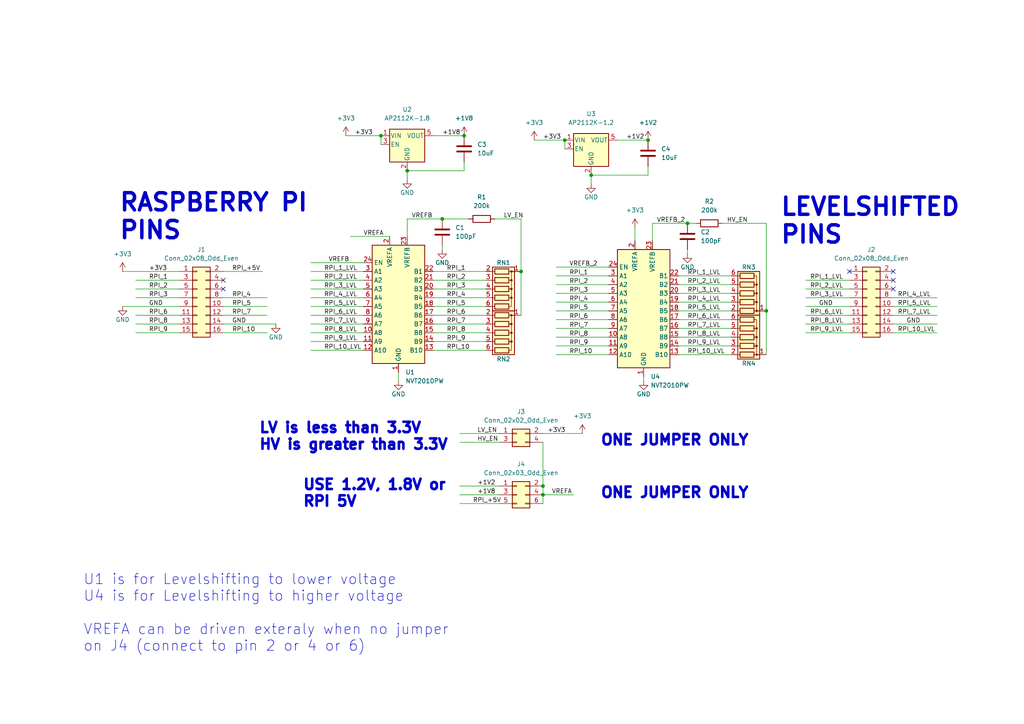
<source format=kicad_sch>
(kicad_sch (version 20211123) (generator eeschema)
  (paper "A4")
  (lib_symbols
    (symbol "Connector_Generic:Conn_02x02_Odd_Even" (pin_names (offset 1.016) hide)
      (property "Reference" "J" (at 1.27 2.54 0))
      (property "Value" "Conn_02x02_Odd_Even" (at 1.27 -5.08 0))
      (symbol "Conn_02x02_Odd_Even_1_1"
        (rectangle (start -1.27 -2.413) (end 0 -2.667) (stroke (width 0.1524)))
        (rectangle (start -1.27 0.127) (end 0 -0.127) (stroke (width 0.1524)))
        (rectangle (start -1.27 1.27) (end 3.81 -3.81) (stroke (width 0.254)) (fill (type background)))
        (rectangle (start 3.81 -2.413) (end 2.54 -2.667) (stroke (width 0.1524)))
        (rectangle (start 3.81 0.127) (end 2.54 -0.127) (stroke (width 0.1524)))
        (pin passive line (at -5.08 0 0) (length 3.81) (name "Pin_1") (number "1"))
        (pin passive line (at 7.62 0 180) (length 3.81) (name "Pin_2") (number "2"))
        (pin passive line (at -5.08 -2.54 0) (length 3.81) (name "Pin_3") (number "3"))
        (pin passive line (at 7.62 -2.54 180) (length 3.81) (name "Pin_4") (number "4"))
      )
    )
    (symbol "Connector_Generic:Conn_02x03_Odd_Even" (pin_names (offset 1.016) hide)
      (property "Reference" "J" (at 1.27 5.08 0))
      (property "Value" "Conn_02x03_Odd_Even" (at 1.27 -5.08 0))
      (symbol "Conn_02x03_Odd_Even_1_1"
        (rectangle (start -1.27 -2.413) (end 0 -2.667) (stroke (width 0.1524)))
        (rectangle (start -1.27 0.127) (end 0 -0.127) (stroke (width 0.1524)))
        (rectangle (start -1.27 2.667) (end 0 2.413) (stroke (width 0.1524)))
        (rectangle (start -1.27 3.81) (end 3.81 -3.81) (stroke (width 0.254)) (fill (type background)))
        (rectangle (start 3.81 -2.413) (end 2.54 -2.667) (stroke (width 0.1524)))
        (rectangle (start 3.81 0.127) (end 2.54 -0.127) (stroke (width 0.1524)))
        (rectangle (start 3.81 2.667) (end 2.54 2.413) (stroke (width 0.1524)))
        (pin passive line (at -5.08 2.54 0) (length 3.81) (name "Pin_1") (number "1"))
        (pin passive line (at 7.62 2.54 180) (length 3.81) (name "Pin_2") (number "2"))
        (pin passive line (at -5.08 0 0) (length 3.81) (name "Pin_3") (number "3"))
        (pin passive line (at 7.62 0 180) (length 3.81) (name "Pin_4") (number "4"))
        (pin passive line (at -5.08 -2.54 0) (length 3.81) (name "Pin_5") (number "5"))
        (pin passive line (at 7.62 -2.54 180) (length 3.81) (name "Pin_6") (number "6"))
      )
    )
    (symbol "Connector_Generic:Conn_02x08_Odd_Even" (pin_names (offset 1.016) hide)
      (property "Reference" "J" (at 1.27 10.16 0))
      (property "Value" "Conn_02x08_Odd_Even" (at 1.27 -12.7 0))
      (symbol "Conn_02x08_Odd_Even_1_1"
        (rectangle (start -1.27 -10.033) (end 0 -10.287) (stroke (width 0.1524)))
        (rectangle (start -1.27 -7.493) (end 0 -7.747) (stroke (width 0.1524)))
        (rectangle (start -1.27 -4.953) (end 0 -5.207) (stroke (width 0.1524)))
        (rectangle (start -1.27 -2.413) (end 0 -2.667) (stroke (width 0.1524)))
        (rectangle (start -1.27 0.127) (end 0 -0.127) (stroke (width 0.1524)))
        (rectangle (start -1.27 2.667) (end 0 2.413) (stroke (width 0.1524)))
        (rectangle (start -1.27 5.207) (end 0 4.953) (stroke (width 0.1524)))
        (rectangle (start -1.27 7.747) (end 0 7.493) (stroke (width 0.1524)))
        (rectangle (start -1.27 8.89) (end 3.81 -11.43) (stroke (width 0.254)) (fill (type background)))
        (rectangle (start 3.81 -10.033) (end 2.54 -10.287) (stroke (width 0.1524)))
        (rectangle (start 3.81 -7.493) (end 2.54 -7.747) (stroke (width 0.1524)))
        (rectangle (start 3.81 -4.953) (end 2.54 -5.207) (stroke (width 0.1524)))
        (rectangle (start 3.81 -2.413) (end 2.54 -2.667) (stroke (width 0.1524)))
        (rectangle (start 3.81 0.127) (end 2.54 -0.127) (stroke (width 0.1524)))
        (rectangle (start 3.81 2.667) (end 2.54 2.413) (stroke (width 0.1524)))
        (rectangle (start 3.81 5.207) (end 2.54 4.953) (stroke (width 0.1524)))
        (rectangle (start 3.81 7.747) (end 2.54 7.493) (stroke (width 0.1524)))
        (pin passive line (at -5.08 7.62 0) (length 3.81) (name "Pin_1") (number "1"))
        (pin passive line (at 7.62 -2.54 180) (length 3.81) (name "Pin_10") (number "10"))
        (pin passive line (at -5.08 -5.08 0) (length 3.81) (name "Pin_11") (number "11"))
        (pin passive line (at 7.62 -5.08 180) (length 3.81) (name "Pin_12") (number "12"))
        (pin passive line (at -5.08 -7.62 0) (length 3.81) (name "Pin_13") (number "13"))
        (pin passive line (at 7.62 -7.62 180) (length 3.81) (name "Pin_14") (number "14"))
        (pin passive line (at -5.08 -10.16 0) (length 3.81) (name "Pin_15") (number "15"))
        (pin passive line (at 7.62 -10.16 180) (length 3.81) (name "Pin_16") (number "16"))
        (pin passive line (at 7.62 7.62 180) (length 3.81) (name "Pin_2") (number "2"))
        (pin passive line (at -5.08 5.08 0) (length 3.81) (name "Pin_3") (number "3"))
        (pin passive line (at 7.62 5.08 180) (length 3.81) (name "Pin_4") (number "4"))
        (pin passive line (at -5.08 2.54 0) (length 3.81) (name "Pin_5") (number "5"))
        (pin passive line (at 7.62 2.54 180) (length 3.81) (name "Pin_6") (number "6"))
        (pin passive line (at -5.08 0 0) (length 3.81) (name "Pin_7") (number "7"))
        (pin passive line (at 7.62 0 180) (length 3.81) (name "Pin_8") (number "8"))
        (pin passive line (at -5.08 -2.54 0) (length 3.81) (name "Pin_9") (number "9"))
      )
    )
    (symbol "Device:C" (pin_numbers hide) (pin_names (offset 0.254))
      (property "Reference" "C" (at 0.635 2.54 0))
      (property "Value" "C" (at 0.635 -2.54 0))
      (symbol "C_0_1"
        (polyline (pts (xy -2.032 -0.762) (xy 2.032 -0.762)) (stroke (width 0.508)))
        (polyline (pts (xy -2.032 0.762) (xy 2.032 0.762)) (stroke (width 0.508)))
      )
      (symbol "C_1_1"
        (pin passive line (at 0 3.81 270) (length 2.794) (name "~") (number "1"))
        (pin passive line (at 0 -3.81 90) (length 2.794) (name "~") (number "2"))
      )
    )
    (symbol "Device:R" (pin_numbers hide) (pin_names (offset 0))
      (property "Reference" "R" (at 2.032 0 90))
      (property "Value" "R" (at 0 0 90))
      (symbol "R_0_1"
        (rectangle (start -1.016 -2.54) (end 1.016 2.54) (stroke (width 0.254)))
      )
      (symbol "R_1_1"
        (pin passive line (at 0 3.81 270) (length 1.27) (name "~") (number "1"))
        (pin passive line (at 0 -3.81 90) (length 1.27) (name "~") (number "2"))
      )
    )
    (symbol "Device:R_Network05" (pin_names (offset 0) hide)
      (property "Reference" "RN" (at -7.62 0 90))
      (property "Value" "R_Network05" (at 7.62 0 90))
      (symbol "R_Network05_0_1"
        (rectangle (start -6.35 -3.175) (end 6.35 3.175) (stroke (width 0.254)) (fill (type background)))
        (rectangle (start -5.842 1.524) (end -4.318 -2.54) (stroke (width 0.254)))
        (circle (center -5.08 2.286) (radius 0.254) (fill (type outline)))
        (rectangle (start -3.302 1.524) (end -1.778 -2.54) (stroke (width 0.254)))
        (circle (center -2.54 2.286) (radius 0.254) (fill (type outline)))
        (rectangle (start -0.762 1.524) (end 0.762 -2.54) (stroke (width 0.254)))
        (polyline (pts (xy -5.08 -2.54) (xy -5.08 -3.81)))
        (polyline (pts (xy -2.54 -2.54) (xy -2.54 -3.81)))
        (polyline (pts (xy 0 -2.54) (xy 0 -3.81)))
        (polyline (pts (xy 2.54 -2.54) (xy 2.54 -3.81)))
        (polyline (pts (xy 5.08 -2.54) (xy 5.08 -3.81)))
        (polyline (pts (xy -5.08 1.524) (xy -5.08 2.286) (xy -2.54 2.286) (xy -2.54 1.524)))
        (polyline (pts (xy -2.54 1.524) (xy -2.54 2.286) (xy 0 2.286) (xy 0 1.524)))
        (polyline (pts (xy 0 1.524) (xy 0 2.286) (xy 2.54 2.286) (xy 2.54 1.524)))
        (polyline (pts (xy 2.54 1.524) (xy 2.54 2.286) (xy 5.08 2.286) (xy 5.08 1.524)))
        (circle (center 0 2.286) (radius 0.254) (fill (type outline)))
        (rectangle (start 1.778 1.524) (end 3.302 -2.54) (stroke (width 0.254)))
        (circle (center 2.54 2.286) (radius 0.254) (fill (type outline)))
        (rectangle (start 4.318 1.524) (end 5.842 -2.54) (stroke (width 0.254)))
      )
      (symbol "R_Network05_1_1"
        (pin passive line (at -5.08 5.08 270) (length 2.54) (name "common") (number "1"))
        (pin passive line (at -5.08 -5.08 90) (length 1.27) (name "R1") (number "2"))
        (pin passive line (at -2.54 -5.08 90) (length 1.27) (name "R2") (number "3"))
        (pin passive line (at 0 -5.08 90) (length 1.27) (name "R3") (number "4"))
        (pin passive line (at 2.54 -5.08 90) (length 1.27) (name "R4") (number "5"))
        (pin passive line (at 5.08 -5.08 90) (length 1.27) (name "R5") (number "6"))
      )
    )
    (symbol "Regulator_Linear:AP2112K-1.2" (pin_names (offset 0.254))
      (property "Reference" "U" (at -5.08 5.715 0))
      (property "Value" "AP2112K-1.2" (at 0 5.715 0))
      (symbol "AP2112K-1.2_0_1"
        (rectangle (start -5.08 4.445) (end 5.08 -5.08) (stroke (width 0.254)) (fill (type background)))
      )
      (symbol "AP2112K-1.2_1_1"
        (pin power_in line (at -7.62 2.54 0) (length 2.54) (name "VIN") (number "1"))
        (pin power_in line (at 0 -7.62 90) (length 2.54) (name "GND") (number "2"))
        (pin input line (at -7.62 0 0) (length 2.54) (name "EN") (number "3"))
        (pin no_connect line (at 5.08 0 180) (length 2.54) hide (name "NC") (number "4"))
        (pin power_out line (at 7.62 2.54 180) (length 2.54) (name "VOUT") (number "5"))
      )
    )
    (symbol "Regulator_Linear:AP2112K-1.8" (pin_names (offset 0.254))
      (property "Reference" "U" (at -5.08 5.715 0))
      (property "Value" "AP2112K-1.8" (at 0 5.715 0))
      (symbol "AP2112K-1.8_0_1"
        (rectangle (start -5.08 4.445) (end 5.08 -5.08) (stroke (width 0.254)) (fill (type background)))
      )
      (symbol "AP2112K-1.8_1_1"
        (pin power_in line (at -7.62 2.54 0) (length 2.54) (name "VIN") (number "1"))
        (pin power_in line (at 0 -7.62 90) (length 2.54) (name "GND") (number "2"))
        (pin input line (at -7.62 0 0) (length 2.54) (name "EN") (number "3"))
        (pin no_connect line (at 5.08 0 180) (length 2.54) hide (name "NC") (number "4"))
        (pin power_out line (at 7.62 2.54 180) (length 2.54) (name "VOUT") (number "5"))
      )
    )
    (symbol "power:+1V2" (power) (pin_names (offset 0))
      (property "Value" "+1V2" (at 0 3.556 0))
      (symbol "+1V2_0_1"
        (polyline (pts (xy -0.762 1.27) (xy 0 2.54)))
        (polyline (pts (xy 0 0) (xy 0 2.54)))
        (polyline (pts (xy 0 2.54) (xy 0.762 1.27)))
      )
      (symbol "+1V2_1_1"
        (pin power_in line (at 0 0 90) (length 0) hide (name "+1V2") (number "1"))
      )
    )
    (symbol "power:+1V8" (power) (pin_names (offset 0))
      (property "Value" "+1V8" (at 0 3.556 0))
      (symbol "+1V8_0_1"
        (polyline (pts (xy -0.762 1.27) (xy 0 2.54)))
        (polyline (pts (xy 0 0) (xy 0 2.54)))
        (polyline (pts (xy 0 2.54) (xy 0.762 1.27)))
      )
      (symbol "+1V8_1_1"
        (pin power_in line (at 0 0 90) (length 0) hide (name "+1V8") (number "1"))
      )
    )
    (symbol "power:+3V3" (power) (pin_names (offset 0))
      (property "Value" "+3V3" (at 0 3.556 0))
      (symbol "+3V3_0_1"
        (polyline (pts (xy -0.762 1.27) (xy 0 2.54)))
        (polyline (pts (xy 0 0) (xy 0 2.54)))
        (polyline (pts (xy 0 2.54) (xy 0.762 1.27)))
      )
      (symbol "+3V3_1_1"
        (pin power_in line (at 0 0 90) (length 0) hide (name "+3V3") (number "1"))
      )
    )
    (symbol "power:GND" (power) (pin_names (offset 0))
      (property "Value" "GND" (at 0 -3.81 0))
      (symbol "GND_0_1"
        (polyline (pts (xy 0 0) (xy 0 -1.27) (xy 1.27 -1.27) (xy 0 -2.54) (xy -1.27 -1.27) (xy 0 -1.27)))
      )
      (symbol "GND_1_1"
        (pin power_in line (at 0 0 270) (length 0) hide (name "GND") (number "1"))
      )
    )
    (symbol "rpi_8x2_v1:NVT2010PW"
      (property "Reference" "U" (at -6.35 16.51 0))
      (property "Value" "NVT2010PW" (at 3.81 16.51 0))
      (symbol "NVT2010PW_0_1"
        (rectangle (start -7.62 15.24) (end 7.62 -19.05) (stroke (width 0.254)) (fill (type background)))
      )
      (symbol "NVT2010PW_1_1"
        (pin power_in line (at 0 -21.59 90) (length 2.54) (name "GND") (number "1"))
        (pin bidirectional line (at -10.16 -10.16 0) (length 2.54) (name "A8") (number "10"))
        (pin bidirectional line (at -10.16 -12.7 0) (length 2.54) (name "A9") (number "11"))
        (pin bidirectional line (at -10.16 -15.24 0) (length 2.54) (name "A10") (number "12"))
        (pin bidirectional line (at 10.16 -15.24 180) (length 2.54) (name "B10") (number "13"))
        (pin bidirectional line (at 10.16 -12.7 180) (length 2.54) (name "B9") (number "14"))
        (pin bidirectional line (at 10.16 -10.16 180) (length 2.54) (name "B8") (number "15"))
        (pin bidirectional line (at 10.16 -7.62 180) (length 2.54) (name "B7") (number "16"))
        (pin bidirectional line (at 10.16 -5.08 180) (length 2.54) (name "B6") (number "17"))
        (pin bidirectional line (at 10.16 -2.54 180) (length 2.54) (name "B5") (number "18"))
        (pin bidirectional line (at 10.16 0 180) (length 2.54) (name "B4") (number "19"))
        (pin power_in line (at -2.54 17.78 270) (length 2.54) (name "VREFA") (number "2"))
        (pin bidirectional line (at 10.16 2.54 180) (length 2.54) (name "B3") (number "20"))
        (pin bidirectional line (at 10.16 5.08 180) (length 2.54) (name "B2") (number "21"))
        (pin bidirectional line (at 10.16 7.62 180) (length 2.54) (name "B1") (number "22"))
        (pin power_in line (at 2.54 17.78 270) (length 2.54) (name "VREFB") (number "23"))
        (pin input line (at -10.16 10.16 0) (length 2.54) (name "EN") (number "24"))
        (pin bidirectional line (at -10.16 7.62 0) (length 2.54) (name "A1") (number "3"))
        (pin bidirectional line (at -10.16 5.08 0) (length 2.54) (name "A2") (number "4"))
        (pin bidirectional line (at -10.16 2.54 0) (length 2.54) (name "A3") (number "5"))
        (pin bidirectional line (at -10.16 0 0) (length 2.54) (name "A4") (number "6"))
        (pin bidirectional line (at -10.16 -2.54 0) (length 2.54) (name "A5") (number "7"))
        (pin bidirectional line (at -10.16 -5.08 0) (length 2.54) (name "A6") (number "8"))
        (pin bidirectional line (at -10.16 -7.62 0) (length 2.54) (name "A7") (number "9"))
      )
    )
  )
  (junction (at 151.13 78.74))
  (junction (at 171.45 50.8))
  (junction (at 157.48 143.51))
  (junction (at 134.62 39.37))
  (junction (at 128.27 63.5))
  (junction (at 110.49 39.37))
  (junction (at 222.25 90.17))
  (junction (at 157.48 140.97))
  (junction (at 199.39 64.77))
  (junction (at 187.96 40.64))
  (junction (at 163.83 40.64))
  (junction (at 118.11 49.53))
  (no_connect (at 64.77 81.28))
  (no_connect (at 64.77 83.82))
  (no_connect (at 259.08 83.82))
  (no_connect (at 259.08 81.28))
  (no_connect (at 259.08 78.74))
  (no_connect (at 246.38 78.74))
  (wire (pts (xy 157.48 140.97) (xy 157.48 143.51)))
  (wire (pts (xy 184.15 66.04) (xy 184.15 69.85)))
  (wire (pts (xy 133.35 143.51) (xy 144.78 143.51)))
  (wire (pts (xy 133.35 146.05) (xy 144.78 146.05)))
  (wire (pts (xy 125.73 96.52) (xy 140.97 96.52)))
  (wire (pts (xy 64.77 88.9) (xy 77.47 88.9)))
  (wire (pts (xy 39.37 81.28) (xy 52.07 81.28)))
  (wire (pts (xy 115.57 107.95) (xy 115.57 110.49)))
  (wire (pts (xy 187.96 50.8) (xy 187.96 48.26)))
  (wire (pts (xy 163.83 40.64) (xy 154.94 40.64)))
  (wire (pts (xy 196.85 90.17) (xy 212.09 90.17)))
  (wire (pts (xy 90.17 81.28) (xy 105.41 81.28)))
  (wire (pts (xy 233.68 96.52) (xy 246.38 96.52)))
  (wire (pts (xy 161.29 92.71) (xy 176.53 92.71)))
  (wire (pts (xy 196.85 97.79) (xy 212.09 97.79)))
  (wire (pts (xy 125.73 91.44) (xy 140.97 91.44)))
  (wire (pts (xy 90.17 86.36) (xy 105.41 86.36)))
  (wire (pts (xy 39.37 86.36) (xy 52.07 86.36)))
  (wire (pts (xy 90.17 99.06) (xy 105.41 99.06)))
  (wire (pts (xy 125.73 78.74) (xy 140.97 78.74)))
  (wire (pts (xy 259.08 93.98) (xy 271.78 93.98)))
  (wire (pts (xy 35.56 78.74) (xy 52.07 78.74)))
  (wire (pts (xy 100.33 39.37) (xy 110.49 39.37)))
  (wire (pts (xy 222.25 90.17) (xy 222.25 102.87)))
  (wire (pts (xy 233.68 93.98) (xy 246.38 93.98)))
  (wire (pts (xy 151.13 78.74) (xy 151.13 63.5)))
  (wire (pts (xy 161.29 90.17) (xy 176.53 90.17)))
  (wire (pts (xy 90.17 96.52) (xy 105.41 96.52)))
  (wire (pts (xy 134.62 49.53) (xy 134.62 46.99)))
  (wire (pts (xy 90.17 91.44) (xy 105.41 91.44)))
  (wire (pts (xy 151.13 78.74) (xy 151.13 91.44)))
  (wire (pts (xy 161.29 87.63) (xy 176.53 87.63)))
  (wire (pts (xy 90.17 88.9) (xy 105.41 88.9)))
  (wire (pts (xy 199.39 72.39) (xy 199.39 73.66)))
  (wire (pts (xy 233.68 81.28) (xy 246.38 81.28)))
  (wire (pts (xy 196.85 87.63) (xy 212.09 87.63)))
  (wire (pts (xy 196.85 82.55) (xy 212.09 82.55)))
  (wire (pts (xy 125.73 88.9) (xy 140.97 88.9)))
  (wire (pts (xy 161.29 100.33) (xy 176.53 100.33)))
  (wire (pts (xy 110.49 39.37) (xy 110.49 41.91)))
  (wire (pts (xy 199.39 64.77) (xy 189.23 64.77)))
  (wire (pts (xy 196.85 95.25) (xy 212.09 95.25)))
  (wire (pts (xy 196.85 100.33) (xy 212.09 100.33)))
  (wire (pts (xy 118.11 49.53) (xy 118.11 52.07)))
  (wire (pts (xy 151.13 63.5) (xy 143.51 63.5)))
  (wire (pts (xy 189.23 64.77) (xy 189.23 69.85)))
  (wire (pts (xy 35.56 88.9) (xy 52.07 88.9)))
  (wire (pts (xy 90.17 83.82) (xy 105.41 83.82)))
  (wire (pts (xy 259.08 86.36) (xy 271.78 86.36)))
  (wire (pts (xy 128.27 71.12) (xy 128.27 72.39)))
  (wire (pts (xy 90.17 93.98) (xy 105.41 93.98)))
  (wire (pts (xy 171.45 50.8) (xy 187.96 50.8)))
  (wire (pts (xy 64.77 91.44) (xy 77.47 91.44)))
  (wire (pts (xy 233.68 88.9) (xy 246.38 88.9)))
  (wire (pts (xy 179.07 40.64) (xy 187.96 40.64)))
  (wire (pts (xy 161.29 97.79) (xy 176.53 97.79)))
  (wire (pts (xy 64.77 78.74) (xy 76.2 78.74)))
  (wire (pts (xy 133.35 140.97) (xy 144.78 140.97)))
  (wire (pts (xy 209.55 64.77) (xy 222.25 64.77)))
  (wire (pts (xy 161.29 102.87) (xy 176.53 102.87)))
  (wire (pts (xy 196.85 92.71) (xy 212.09 92.71)))
  (wire (pts (xy 64.77 96.52) (xy 77.47 96.52)))
  (wire (pts (xy 157.48 125.73) (xy 168.91 125.73)))
  (wire (pts (xy 64.77 86.36) (xy 77.47 86.36)))
  (wire (pts (xy 39.37 93.98) (xy 52.07 93.98)))
  (wire (pts (xy 125.73 86.36) (xy 140.97 86.36)))
  (wire (pts (xy 186.69 109.22) (xy 186.69 110.49)))
  (wire (pts (xy 157.48 143.51) (xy 166.37 143.51)))
  (wire (pts (xy 101.6 68.58) (xy 113.03 68.58)))
  (wire (pts (xy 259.08 88.9) (xy 271.78 88.9)))
  (wire (pts (xy 125.73 93.98) (xy 140.97 93.98)))
  (wire (pts (xy 161.29 80.01) (xy 176.53 80.01)))
  (wire (pts (xy 133.35 125.73) (xy 144.78 125.73)))
  (wire (pts (xy 39.37 96.52) (xy 52.07 96.52)))
  (wire (pts (xy 64.77 93.98) (xy 80.01 93.98)))
  (wire (pts (xy 222.25 64.77) (xy 222.25 90.17)))
  (wire (pts (xy 196.85 102.87) (xy 212.09 102.87)))
  (wire (pts (xy 171.45 50.8) (xy 171.45 53.34)))
  (wire (pts (xy 199.39 64.77) (xy 201.93 64.77)))
  (wire (pts (xy 259.08 91.44) (xy 271.78 91.44)))
  (wire (pts (xy 233.68 83.82) (xy 246.38 83.82)))
  (wire (pts (xy 233.68 86.36) (xy 246.38 86.36)))
  (wire (pts (xy 39.37 91.44) (xy 52.07 91.44)))
  (wire (pts (xy 233.68 91.44) (xy 246.38 91.44)))
  (wire (pts (xy 125.73 99.06) (xy 140.97 99.06)))
  (wire (pts (xy 90.17 101.6) (xy 105.41 101.6)))
  (wire (pts (xy 118.11 49.53) (xy 134.62 49.53)))
  (wire (pts (xy 39.37 83.82) (xy 52.07 83.82)))
  (wire (pts (xy 128.27 63.5) (xy 135.89 63.5)))
  (wire (pts (xy 196.85 85.09) (xy 212.09 85.09)))
  (wire (pts (xy 118.11 63.5) (xy 118.11 68.58)))
  (wire (pts (xy 125.73 101.6) (xy 140.97 101.6)))
  (wire (pts (xy 259.08 96.52) (xy 271.78 96.52)))
  (wire (pts (xy 161.29 82.55) (xy 176.53 82.55)))
  (wire (pts (xy 157.48 128.27) (xy 157.48 140.97)))
  (wire (pts (xy 90.17 76.2) (xy 105.41 76.2)))
  (wire (pts (xy 128.27 63.5) (xy 118.11 63.5)))
  (wire (pts (xy 125.73 81.28) (xy 140.97 81.28)))
  (wire (pts (xy 125.73 39.37) (xy 134.62 39.37)))
  (wire (pts (xy 196.85 80.01) (xy 212.09 80.01)))
  (wire (pts (xy 90.17 78.74) (xy 105.41 78.74)))
  (wire (pts (xy 125.73 83.82) (xy 140.97 83.82)))
  (wire (pts (xy 161.29 77.47) (xy 176.53 77.47)))
  (wire (pts (xy 133.35 128.27) (xy 144.78 128.27)))
  (wire (pts (xy 157.48 143.51) (xy 157.48 146.05)))
  (wire (pts (xy 161.29 85.09) (xy 176.53 85.09)))
  (wire (pts (xy 163.83 40.64) (xy 163.83 43.18)))
  (wire (pts (xy 161.29 95.25) (xy 176.53 95.25)))
  (text "LEVELSHIFTED\nPINS" (at 226.06 71.12 0) (effects (font (size 5 5) (thickness 1) bold) (justify left bottom)))
  (text "ONE JUMPER ONLY" (at 173.99 129.54 0) (effects (font (size 3 3) (thickness 1) bold) (justify left bottom)))
  (text "RASPBERRY PI\nPINS" (at 34.29 69.85 0) (effects (font (size 5 5) (thickness 1) bold) (justify left bottom)))
  (text "ONE JUMPER ONLY" (at 173.99 144.78 0) (effects (font (size 3 3) (thickness 1) bold) (justify left bottom)))
  (text "LV is less than 3.3V\nHV is greater than 3.3V" (at 74.93 130.81 0) (effects (font (size 3 3) (thickness 1) bold) (justify left bottom)))
  (text "U1 is for Levelshifting to lower voltage\nU4 is for Levelshifting to higher voltage\n\nVREFA can be driven exteraly when no jumper\non J4 (connect to pin 2 or 4 or 6)" (at 24.13 189.23 0) (effects (font (size 3 3)) (justify left bottom)))
  (text "USE 1.2V, 1.8V or \nRPI 5V" (at 87.63 147.32 0) (effects (font (size 3 3) (thickness 1) bold) (justify left bottom)))
  (label "RPI_6_LVL" (at 199.39 92.71 0))
  (label "+1V8" (at 128.27 39.37 0))
  (label "RPI_4_LVL" (at 260.35 86.36 0))
  (label "RPI_9" (at 43.18 96.52 0))
  (label "RPI_6_LVL" (at 234.95 91.44 0))
  (label "RPI_5" (at 67.31 88.9 0))
  (label "GND" (at 262.89 93.98 0))
  (label "RPI_7_LVL" (at 199.39 95.25 0))
  (label "RPI_6" (at 43.18 91.44 0))
  (label "RPI_8_LVL" (at 234.95 93.98 0))
  (label "GND" (at 237.49 88.9 0))
  (label "RPI_2" (at 43.18 83.82 0))
  (label "RPI_3_LVL" (at 234.95 86.36 0))
  (label "VREFB" (at 95.25 76.2 0))
  (label "RPI_1" (at 165.1 80.01 0))
  (label "LV_EN" (at 138.43 125.73 0))
  (label "VREFA" (at 105.41 68.58 0))
  (label "RPI_5_LVL" (at 93.98 88.9 0))
  (label "RPI_2_LVL" (at 199.39 82.55 0))
  (label "RPI_8" (at 129.54 96.52 0))
  (label "RPI_2" (at 165.1 82.55 0))
  (label "RPI_10_LVL" (at 260.35 96.52 0))
  (label "RPI_10_LVL" (at 199.39 102.87 0))
  (label "+3V3" (at 158.75 125.73 0))
  (label "RPI_7_LVL" (at 260.35 91.44 0))
  (label "RPI_9_LVL" (at 199.39 100.33 0))
  (label "VREFB_2" (at 190.5 64.77 0))
  (label "RPI_5_LVL" (at 260.35 88.9 0))
  (label "RPI_1_LVL" (at 234.95 81.28 0))
  (label "VREFA" (at 160.02 143.51 0))
  (label "VREFB_2" (at 165.1 77.47 0))
  (label "RPI_9_LVL" (at 93.98 99.06 0))
  (label "RPI_1_LVL" (at 93.98 78.74 0))
  (label "VREFB" (at 119.38 63.5 0))
  (label "GND" (at 67.31 93.98 0))
  (label "RPI_7" (at 129.54 93.98 0))
  (label "+1V2" (at 138.43 140.97 0))
  (label "RPI_10" (at 67.31 96.52 0))
  (label "RPI_9" (at 165.1 100.33 0))
  (label "RPI_6" (at 129.54 91.44 0))
  (label "RPI_8_LVL" (at 93.98 96.52 0))
  (label "RPI_8" (at 43.18 93.98 0))
  (label "RPI_+5V" (at 137.16 146.05 0))
  (label "RPI_6_LVL" (at 93.98 91.44 0))
  (label "RPI_4_LVL" (at 199.39 87.63 0))
  (label "RPI_3_LVL" (at 199.39 85.09 0))
  (label "RPI_7" (at 165.1 95.25 0))
  (label "RPI_7_LVL" (at 93.98 93.98 0))
  (label "RPI_1" (at 129.54 78.74 0))
  (label "+3V3" (at 157.48 40.64 0))
  (label "RPI_4_LVL" (at 93.98 86.36 0))
  (label "RPI_2_LVL" (at 234.95 83.82 0))
  (label "+1V8" (at 138.43 143.51 0))
  (label "RPI_8_LVL" (at 199.39 97.79 0))
  (label "RPI_2_LVL" (at 93.98 81.28 0))
  (label "+1V2" (at 181.61 40.64 0))
  (label "RPI_2" (at 129.54 81.28 0))
  (label "RPI_3_LVL" (at 93.98 83.82 0))
  (label "HV_EN" (at 138.43 128.27 0))
  (label "RPI_9_LVL" (at 234.95 96.52 0))
  (label "RPI_3" (at 165.1 85.09 0))
  (label "RPI_10" (at 165.1 102.87 0))
  (label "RPI_5_LVL" (at 199.39 90.17 0))
  (label "GND" (at 43.18 88.9 0))
  (label "RPI_1" (at 43.18 81.28 0))
  (label "LV_EN" (at 146.05 63.5 0))
  (label "RPI_1_LVL" (at 199.39 80.01 0))
  (label "RPI_+5V" (at 67.31 78.74 0))
  (label "RPI_3" (at 129.54 83.82 0))
  (label "+3V3" (at 43.18 78.74 0))
  (label "RPI_5" (at 129.54 88.9 0))
  (label "RPI_6" (at 165.1 92.71 0))
  (label "RPI_10" (at 129.54 101.6 0))
  (label "RPI_8" (at 165.1 97.79 0))
  (label "RPI_10_LVL" (at 93.98 101.6 0))
  (label "HV_EN" (at 210.82 64.77 0))
  (label "RPI_4" (at 67.31 86.36 0))
  (label "RPI_7" (at 67.31 91.44 0))
  (label "RPI_5" (at 165.1 90.17 0))
  (label "+3V3" (at 102.87 39.37 0))
  (label "RPI_4" (at 165.1 87.63 0))
  (label "RPI_4" (at 129.54 86.36 0))
  (label "RPI_9" (at 129.54 99.06 0))
  (label "RPI_3" (at 43.18 86.36 0))
  (symbol (lib_id "Device:R") (at 139.7 63.5 270) (unit 1)
    (property "Reference" "R1" (at 139.7 57.15 90))
    (property "Value" "200k" (at 139.7 59.69 90))
    (property "Footprint" "Capacitor_SMD:C_0603_1608Metric" (effects hide))
  )
  (symbol (lib_id "power:GND") (at 171.45 53.34 0) (unit 1)
    (property "Reference" "#PWR0112" (effects hide))
    (property "Value" "GND" (at 171.45 57.15 0))
  )
  (symbol (lib_id "power:+3V3") (at 154.94 40.64 0) (unit 1)
    (property "Reference" "#PWR0109" (effects hide))
    (property "Value" "+3V3" (at 154.94 35.56 0))
  )
  (symbol (lib_id "Connector_Generic:Conn_02x08_Odd_Even") (at 57.15 86.36 0) (unit 1)
    (property "Reference" "J1" (at 58.42 72.39 0))
    (property "Value" "Conn_02x08_Odd_Even" (at 58.42 74.93 0))
    (property "Footprint" "Connector_PinHeader_2.54mm:PinHeader_2x08_P2.54mm_Vertical" (effects hide))
  )
  (symbol (lib_id "power:GND") (at 186.69 110.49 0) (unit 1)
    (property "Reference" "#PWR0116" (effects hide))
    (property "Value" "GND" (at 186.69 114.3 0))
  )
  (symbol (lib_id "Regulator_Linear:AP2112K-1.2") (at 171.45 43.18 0) (unit 1)
    (property "Reference" "U3" (at 171.45 33.02 0))
    (property "Value" "AP2112K-1.2" (at 171.45 35.56 0))
    (property "Footprint" "Package_TO_SOT_SMD:SOT-23-5" (effects hide))
    (property "Datasheet" "https://www.diodes.com/assets/Datasheets/AP2112.pdf" (effects hide))
  )
  (symbol (lib_id "power:GND") (at 118.11 52.07 0) (unit 1)
    (property "Reference" "#PWR0110" (effects hide))
    (property "Value" "GND" (at 118.11 55.88 0))
  )
  (symbol (lib_id "Device:R_Network05") (at 217.17 97.79 270) (mirror x) (unit 1)
    (property "Reference" "RN4" (at 217.17 105.41 90))
    (property "Value" "R_Network05" (effects hide))
    (property "Footprint" "Resistor_THT:R_Array_SIP6" (effects hide))
    (property "Datasheet" "http://www.vishay.com/docs/31509/csc.pdf" (effects hide))
  )
  (symbol (lib_id "Device:R_Network05") (at 217.17 85.09 270) (mirror x) (unit 1)
    (property "Reference" "RN3" (at 217.17 77.47 90))
    (property "Value" "R_Network05" (effects hide))
    (property "Footprint" "Resistor_THT:R_Array_SIP6" (effects hide))
    (property "Datasheet" "http://www.vishay.com/docs/31509/csc.pdf" (effects hide))
  )
  (symbol (lib_id "power:+3V3") (at 35.56 78.74 0) (unit 1)
    (property "Reference" "#PWR0105" (effects hide))
    (property "Value" "+3V3" (at 35.56 73.66 0))
  )
  (symbol (lib_id "Device:C") (at 128.27 67.31 0) (unit 1)
    (property "Reference" "C1" (at 132.08 66.0399 0) (effects (justify left)))
    (property "Value" "100pF" (at 132.08 68.5799 0) (effects (justify left)))
    (property "Footprint" "Resistor_SMD:R_0603_1608Metric" (effects hide))
  )
  (symbol (lib_id "power:GND") (at 128.27 72.39 0) (unit 1)
    (property "Reference" "#PWR0107" (effects hide))
    (property "Value" "GND" (at 128.27 76.2 0))
  )
  (symbol (lib_id "Regulator_Linear:AP2112K-1.8") (at 118.11 41.91 0) (unit 1)
    (property "Reference" "U2" (at 118.11 31.75 0))
    (property "Value" "AP2112K-1.8" (at 118.11 34.29 0))
    (property "Footprint" "Package_TO_SOT_SMD:SOT-23-5" (effects hide))
    (property "Datasheet" "https://www.diodes.com/assets/Datasheets/AP2112.pdf" (effects hide))
  )
  (symbol (lib_id "Device:R_Network05") (at 146.05 83.82 270) (unit 1)
    (property "Reference" "RN1" (at 146.05 76.2 90))
    (property "Value" "R_Network05" (effects hide))
    (property "Footprint" "Resistor_THT:R_Array_SIP6" (effects hide))
    (property "Datasheet" "http://www.vishay.com/docs/31509/csc.pdf" (effects hide))
  )
  (symbol (lib_id "power:GND") (at 115.57 110.49 0) (unit 1)
    (property "Reference" "#PWR0102" (effects hide))
    (property "Value" "GND" (at 115.57 114.3 0))
  )
  (symbol (lib_id "Connector_Generic:Conn_02x08_Odd_Even") (at 251.46 86.36 0) (unit 1)
    (property "Reference" "J2" (at 252.73 72.39 0))
    (property "Value" "Conn_02x08_Odd_Even" (at 252.73 74.93 0))
    (property "Footprint" "Connector_PinHeader_2.54mm:PinHeader_2x08_P2.54mm_Vertical" (effects hide))
  )
  (symbol (lib_id "power:GND") (at 35.56 88.9 0) (unit 1)
    (property "Reference" "#PWR0104" (effects hide))
    (property "Value" "GND" (at 35.56 92.71 0))
  )
  (symbol (lib_id "Device:R_Network05") (at 146.05 96.52 270) (unit 1)
    (property "Reference" "RN2" (at 146.05 104.14 90))
    (property "Value" "R_Network05" (effects hide))
    (property "Footprint" "Resistor_THT:R_Array_SIP6" (effects hide))
    (property "Datasheet" "http://www.vishay.com/docs/31509/csc.pdf" (effects hide))
  )
  (symbol (lib_id "power:+1V2") (at 187.96 40.64 0) (unit 1)
    (property "Reference" "#PWR0111" (effects hide))
    (property "Value" "+1V2" (at 187.96 35.56 0))
  )
  (symbol (lib_id "Connector_Generic:Conn_02x03_Odd_Even") (at 149.86 143.51 0) (unit 1)
    (property "Reference" "J4" (at 151.13 134.62 0))
    (property "Value" "Conn_02x03_Odd_Even" (at 151.13 137.16 0))
    (property "Footprint" "Connector_PinHeader_2.54mm:PinHeader_2x03_P2.54mm_Vertical" (effects hide))
  )
  (symbol (lib_id "power:+3V3") (at 184.15 66.04 0) (unit 1)
    (property "Reference" "#PWR0115" (effects hide))
    (property "Value" "+3V3" (at 184.15 60.96 0))
  )
  (symbol (lib_id "power:+3V3") (at 100.33 39.37 0) (unit 1)
    (property "Reference" "#PWR0103" (effects hide))
    (property "Value" "+3V3" (at 100.33 34.29 0))
  )
  (symbol (lib_id "rpi_8x2_v1:NVT2010PW") (at 115.57 86.36 0) (unit 1)
    (property "Reference" "U1" (at 117.5894 107.95 0) (effects (justify left)))
    (property "Value" "NVT2010PW" (at 117.5894 110.49 0) (effects (justify left)))
    (property "Footprint" "Package_SO:TSSOP-24_4.4x7.8mm_P0.65mm" (effects hide))
    (property "Datasheet" "https://www.nxp.com/docs/en/data-sheet/NVT2008_NVT2010.pdf" (effects hide))
  )
  (symbol (lib_id "rpi_8x2_v1:NVT2010PW") (at 186.69 87.63 0) (unit 1)
    (property "Reference" "U4" (at 188.7094 109.22 0) (effects (justify left)))
    (property "Value" "NVT2010PW" (at 188.7094 111.76 0) (effects (justify left)))
    (property "Footprint" "Package_SO:TSSOP-24_4.4x7.8mm_P0.65mm" (effects hide))
    (property "Datasheet" "https://www.nxp.com/docs/en/data-sheet/NVT2008_NVT2010.pdf" (effects hide))
  )
  (symbol (lib_id "Connector_Generic:Conn_02x02_Odd_Even") (at 149.86 125.73 0) (unit 1)
    (property "Reference" "J3" (at 151.13 119.38 0))
    (property "Value" "Conn_02x02_Odd_Even" (at 151.13 121.92 0))
    (property "Footprint" "Connector_PinHeader_2.54mm:PinHeader_2x02_P2.54mm_Vertical" (effects hide))
  )
  (symbol (lib_id "Device:C") (at 199.39 68.58 0) (unit 1)
    (property "Reference" "C2" (at 203.2 67.3099 0) (effects (justify left)))
    (property "Value" "100pF" (at 203.2 69.8499 0) (effects (justify left)))
    (property "Footprint" "Resistor_SMD:R_0603_1608Metric" (effects hide))
  )
  (symbol (lib_id "power:GND") (at 199.39 73.66 0) (unit 1)
    (property "Reference" "#PWR0113" (effects hide))
    (property "Value" "GND" (at 199.39 77.47 0))
  )
  (symbol (lib_id "Device:R") (at 205.74 64.77 270) (unit 1)
    (property "Reference" "R2" (at 205.74 58.42 90))
    (property "Value" "200k" (at 205.74 60.96 90))
    (property "Footprint" "Capacitor_SMD:C_0603_1608Metric" (effects hide))
  )
  (symbol (lib_id "Device:C") (at 187.96 44.45 0) (unit 1)
    (property "Reference" "C4" (at 191.77 43.1799 0) (effects (justify left)))
    (property "Value" "10uF" (at 191.77 45.7199 0) (effects (justify left)))
    (property "Footprint" "Resistor_SMD:R_0603_1608Metric" (effects hide))
  )
  (symbol (lib_id "power:+3V3") (at 168.91 125.73 0) (unit 1)
    (property "Reference" "#PWR0106" (effects hide))
    (property "Value" "+3V3" (at 168.91 120.65 0))
  )
  (symbol (lib_id "Device:C") (at 134.62 43.18 0) (unit 1)
    (property "Reference" "C3" (at 138.43 41.9099 0) (effects (justify left)))
    (property "Value" "10uF" (at 138.43 44.4499 0) (effects (justify left)))
    (property "Footprint" "Resistor_SMD:R_0603_1608Metric" (effects hide))
  )
  (symbol (lib_id "power:+1V8") (at 134.62 39.37 0) (unit 1)
    (property "Reference" "#PWR0101" (effects hide))
    (property "Value" "+1V8" (at 134.62 34.29 0))
  )
  (symbol (lib_id "power:GND") (at 80.01 93.98 0) (unit 1)
    (property "Reference" "#PWR0108" (effects hide))
    (property "Value" "GND" (at 80.01 97.79 0))
  )
)
</source>
